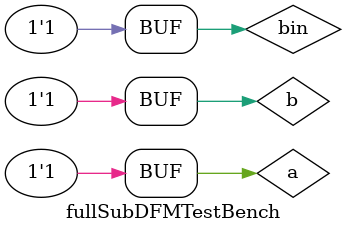
<source format=v>
module fullSubDFM (
    a, b, bin, bor, diff
);
input a, b, bin;
output bor, diff;

assign diff = a^b^bin;
assign bor = (~a&b)|(~a|b)&bin;
    
endmodule

module fullSubDFMTestBench;
reg a,b,bin;
wire bor, diff;

fullSubDFM i(a,b,bin,bor,diff);

initial begin
    a=1'b0;
    b=1'b0;
    bin=1'b0;

    $monitor("Time: %0t, a=%b, b=%b, bin=%b, diff=%b, bor=%b", $time, a, b, bin, diff, bor);
    #5 a=1'b0; b=1'b0; bin=1'b0;
    #5 a=1'b0; b=1'b0; bin=1'b1;
    #5 a=1'b0; b=1'b1; bin=1'b0;
    #5 a=1'b0; b=1'b1; bin=1'b1;
    #5 a=1'b1; b=1'b0; bin=1'b0;
    #5 a=1'b1; b=1'b0; bin=1'b1;
    #5 a=1'b1; b=1'b1; bin=1'b0;
    #5 a=1'b1; b=1'b1; bin=1'b1;

end
endmodule
</source>
